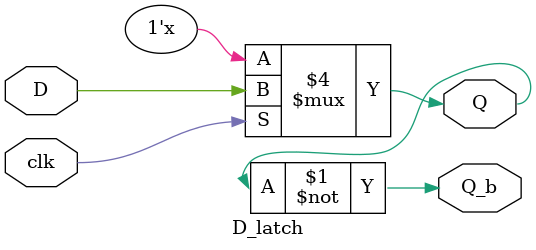
<source format=v>
`timescale 1ns / 1ps


module D_latch(
    input D,
    input clk,
    output reg Q,
    output Q_b
    );
    
    // The Q bar is usually included when necessary
    // It will be excluding it from further code unless necessary
    assign Q_b = ~Q;
    
    always @(clk, D)
    begin
        Q <= Q;
        if (clk)
            Q <= D;
        else
            Q <= Q;        
    end
    
endmodule

</source>
